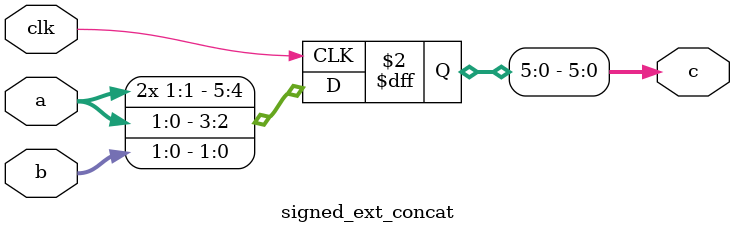
<source format=v>
module signed_ext_concat(
	input clk, 
	input [1:0] a, 
	input [1:0] b, 
	output reg [7:0] c);

	always @(posedge clk) begin
		c[5:0] <= $signed({a, b});
	end
endmodule
</source>
